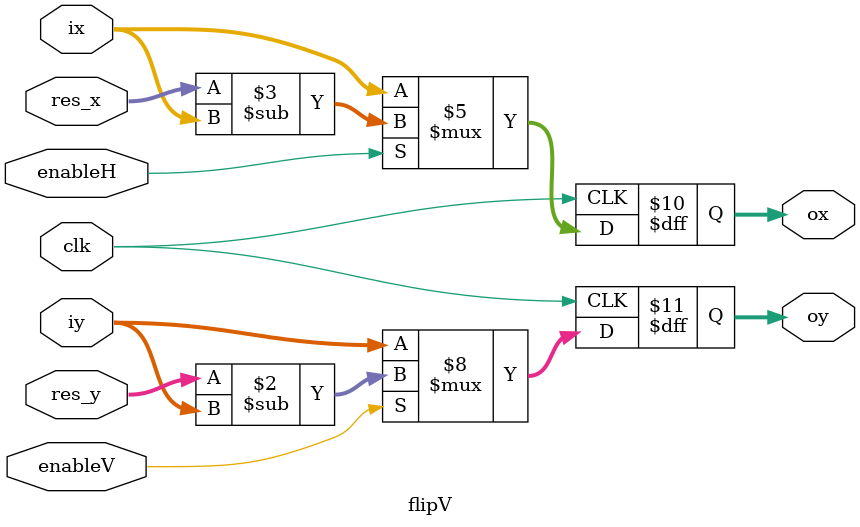
<source format=v>
module flipV(
	input clk,
	input [9:0] res_x,
	input [8:0] res_y,
	input [9:0] ix,
	input [8:0] iy,
	
	input enableV,
	input enableH,
	output reg [9:0] ox,
	output reg [8:0] oy
);

always @(posedge clk)
begin
	if (enableV)
		oy <= res_y - iy;
	else
		oy <= iy;
		
	if (enableH)
		ox <= res_x - ix;
	else
		ox <= ix;
end

endmodule
</source>
